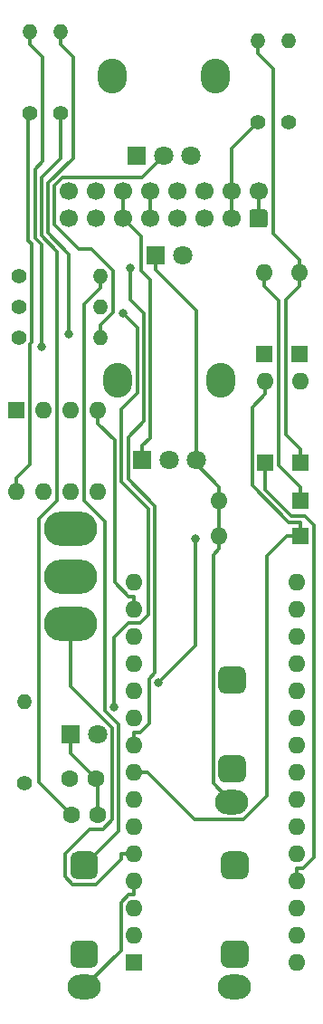
<source format=gbr>
G04 #@! TF.GenerationSoftware,KiCad,Pcbnew,(5.1.10-1-10_14)*
G04 #@! TF.CreationDate,2021-10-15T00:01:35+02:00*
G04 #@! TF.ProjectId,main,6d61696e-2e6b-4696-9361-645f70636258,rev?*
G04 #@! TF.SameCoordinates,Original*
G04 #@! TF.FileFunction,Copper,L1,Top*
G04 #@! TF.FilePolarity,Positive*
%FSLAX46Y46*%
G04 Gerber Fmt 4.6, Leading zero omitted, Abs format (unit mm)*
G04 Created by KiCad (PCBNEW (5.1.10-1-10_14)) date 2021-10-15 00:01:35*
%MOMM*%
%LPD*%
G01*
G04 APERTURE LIST*
G04 #@! TA.AperFunction,ComponentPad*
%ADD10C,1.700000*%
G04 #@! TD*
G04 #@! TA.AperFunction,ComponentPad*
%ADD11O,1.600000X1.600000*%
G04 #@! TD*
G04 #@! TA.AperFunction,ComponentPad*
%ADD12R,1.600000X1.600000*%
G04 #@! TD*
G04 #@! TA.AperFunction,ComponentPad*
%ADD13O,5.000000X3.200000*%
G04 #@! TD*
G04 #@! TA.AperFunction,ComponentPad*
%ADD14O,3.100000X2.300000*%
G04 #@! TD*
G04 #@! TA.AperFunction,ComponentPad*
%ADD15O,2.720000X3.240000*%
G04 #@! TD*
G04 #@! TA.AperFunction,ComponentPad*
%ADD16C,1.800000*%
G04 #@! TD*
G04 #@! TA.AperFunction,ComponentPad*
%ADD17R,1.800000X1.800000*%
G04 #@! TD*
G04 #@! TA.AperFunction,ComponentPad*
%ADD18O,1.400000X1.400000*%
G04 #@! TD*
G04 #@! TA.AperFunction,ComponentPad*
%ADD19C,1.400000*%
G04 #@! TD*
G04 #@! TA.AperFunction,ComponentPad*
%ADD20C,1.600000*%
G04 #@! TD*
G04 #@! TA.AperFunction,ViaPad*
%ADD21C,0.800000*%
G04 #@! TD*
G04 #@! TA.AperFunction,Conductor*
%ADD22C,0.300000*%
G04 #@! TD*
G04 APERTURE END LIST*
D10*
X90297000Y-68516500D03*
X92837000Y-68516500D03*
X95377000Y-68516500D03*
X97917000Y-68516500D03*
X100457000Y-68516500D03*
X102997000Y-68516500D03*
X105537000Y-68516500D03*
X108077000Y-68516500D03*
X90297000Y-71056500D03*
X92837000Y-71056500D03*
X95377000Y-71056500D03*
X97917000Y-71056500D03*
X100457000Y-71056500D03*
X102997000Y-71056500D03*
X105537000Y-71056500D03*
G04 #@! TA.AperFunction,ComponentPad*
G36*
G01*
X108677000Y-71906500D02*
X107477000Y-71906500D01*
G75*
G02*
X107227000Y-71656500I0J250000D01*
G01*
X107227000Y-70456500D01*
G75*
G02*
X107477000Y-70206500I250000J0D01*
G01*
X108677000Y-70206500D01*
G75*
G02*
X108927000Y-70456500I0J-250000D01*
G01*
X108927000Y-71656500D01*
G75*
G02*
X108677000Y-71906500I-250000J0D01*
G01*
G37*
G04 #@! TD.AperFunction*
D11*
X104394000Y-100707000D03*
D12*
X112014000Y-100707000D03*
D11*
X108727000Y-86233000D03*
D12*
X108727000Y-93853000D03*
D11*
X104394000Y-97431500D03*
D12*
X112014000Y-97431500D03*
D11*
X108611000Y-76136500D03*
D12*
X108611000Y-83756500D03*
D11*
X112003000Y-86233000D03*
D12*
X112003000Y-93853000D03*
D11*
X111887000Y-76136500D03*
D12*
X111887000Y-83756500D03*
D13*
X90487500Y-108971000D03*
X90487500Y-104521000D03*
X90487500Y-100071000D03*
G04 #@! TA.AperFunction,ComponentPad*
G36*
G01*
X104554000Y-132192000D02*
X104554000Y-130892000D01*
G75*
G02*
X105204000Y-130242000I650000J0D01*
G01*
X106504000Y-130242000D01*
G75*
G02*
X107154000Y-130892000I0J-650000D01*
G01*
X107154000Y-132192000D01*
G75*
G02*
X106504000Y-132842000I-650000J0D01*
G01*
X105204000Y-132842000D01*
G75*
G02*
X104554000Y-132192000I0J650000D01*
G01*
G37*
G04 #@! TD.AperFunction*
D14*
X105854000Y-142942000D03*
G04 #@! TA.AperFunction,ComponentPad*
G36*
G01*
X104554000Y-140492000D02*
X104554000Y-139192000D01*
G75*
G02*
X105204000Y-138542000I650000J0D01*
G01*
X106504000Y-138542000D01*
G75*
G02*
X107154000Y-139192000I0J-650000D01*
G01*
X107154000Y-140492000D01*
G75*
G02*
X106504000Y-141142000I-650000J0D01*
G01*
X105204000Y-141142000D01*
G75*
G02*
X104554000Y-140492000I0J650000D01*
G01*
G37*
G04 #@! TD.AperFunction*
D11*
X85407500Y-96583500D03*
X93027500Y-88963500D03*
X87947500Y-96583500D03*
X90487500Y-88963500D03*
X90487500Y-96583500D03*
X87947500Y-88963500D03*
X93027500Y-96583500D03*
D12*
X85407500Y-88963500D03*
D15*
X94918500Y-86162500D03*
X104518500Y-86162500D03*
D16*
X102218500Y-93662500D03*
X99718500Y-93662500D03*
D17*
X97218500Y-93662500D03*
D15*
X94410500Y-57714500D03*
X104010500Y-57714500D03*
D16*
X101710500Y-65214500D03*
X99210500Y-65214500D03*
D17*
X96710500Y-65214500D03*
D18*
X86169500Y-116205000D03*
D19*
X86169500Y-123825000D03*
D18*
X93281500Y-79283400D03*
D19*
X85661500Y-79283400D03*
D18*
X86659300Y-53594000D03*
D19*
X86659300Y-61214000D03*
D18*
X110898000Y-54419500D03*
D19*
X110898000Y-62039500D03*
D18*
X108022000Y-54419500D03*
D19*
X108022000Y-62039500D03*
D18*
X89535200Y-53594000D03*
D19*
X89535200Y-61214000D03*
D18*
X93281500Y-82159200D03*
D19*
X85661500Y-82159200D03*
D18*
X93281500Y-76407500D03*
D19*
X85661500Y-76407500D03*
G04 #@! TA.AperFunction,ComponentPad*
G36*
G01*
X104300000Y-114856000D02*
X104300000Y-113556000D01*
G75*
G02*
X104950000Y-112906000I650000J0D01*
G01*
X106250000Y-112906000D01*
G75*
G02*
X106900000Y-113556000I0J-650000D01*
G01*
X106900000Y-114856000D01*
G75*
G02*
X106250000Y-115506000I-650000J0D01*
G01*
X104950000Y-115506000D01*
G75*
G02*
X104300000Y-114856000I0J650000D01*
G01*
G37*
G04 #@! TD.AperFunction*
D14*
X105600000Y-125606000D03*
G04 #@! TA.AperFunction,ComponentPad*
G36*
G01*
X104300000Y-123156000D02*
X104300000Y-121856000D01*
G75*
G02*
X104950000Y-121206000I650000J0D01*
G01*
X106250000Y-121206000D01*
G75*
G02*
X106900000Y-121856000I0J-650000D01*
G01*
X106900000Y-123156000D01*
G75*
G02*
X106250000Y-123806000I-650000J0D01*
G01*
X104950000Y-123806000D01*
G75*
G02*
X104300000Y-123156000I0J650000D01*
G01*
G37*
G04 #@! TD.AperFunction*
D17*
X90487500Y-119253000D03*
D16*
X93027500Y-119253000D03*
D17*
X98425000Y-74485500D03*
D16*
X100965000Y-74485500D03*
G04 #@! TA.AperFunction,ComponentPad*
G36*
G01*
X90457500Y-132192000D02*
X90457500Y-130892000D01*
G75*
G02*
X91107500Y-130242000I650000J0D01*
G01*
X92407500Y-130242000D01*
G75*
G02*
X93057500Y-130892000I0J-650000D01*
G01*
X93057500Y-132192000D01*
G75*
G02*
X92407500Y-132842000I-650000J0D01*
G01*
X91107500Y-132842000D01*
G75*
G02*
X90457500Y-132192000I0J650000D01*
G01*
G37*
G04 #@! TD.AperFunction*
D14*
X91757500Y-142942000D03*
G04 #@! TA.AperFunction,ComponentPad*
G36*
G01*
X90457500Y-140492000D02*
X90457500Y-139192000D01*
G75*
G02*
X91107500Y-138542000I650000J0D01*
G01*
X92407500Y-138542000D01*
G75*
G02*
X93057500Y-139192000I0J-650000D01*
G01*
X93057500Y-140492000D01*
G75*
G02*
X92407500Y-141142000I-650000J0D01*
G01*
X91107500Y-141142000D01*
G75*
G02*
X90457500Y-140492000I0J650000D01*
G01*
G37*
G04 #@! TD.AperFunction*
D20*
X93071000Y-126789000D03*
X90571000Y-126789000D03*
X92880500Y-123413000D03*
X90380500Y-123413000D03*
D11*
X111696500Y-105092000D03*
X96456500Y-105092000D03*
X111696500Y-140652000D03*
X96456500Y-107632000D03*
X111696500Y-138112000D03*
X96456500Y-110172000D03*
X111696500Y-135572000D03*
X96456500Y-112712000D03*
X111696500Y-133032000D03*
X96456500Y-115252000D03*
X111696500Y-130492000D03*
X96456500Y-117792000D03*
X111696500Y-127952000D03*
X96456500Y-120332000D03*
X111696500Y-125412000D03*
X96456500Y-122872000D03*
X111696500Y-122872000D03*
X96456500Y-125412000D03*
X111696500Y-120332000D03*
X96456500Y-127952000D03*
X111696500Y-117792000D03*
X96456500Y-130492000D03*
X111696500Y-115252000D03*
X96456500Y-133032000D03*
X111696500Y-112712000D03*
X96456500Y-135572000D03*
X111696500Y-110172000D03*
X96456500Y-138112000D03*
X111696500Y-107632000D03*
D12*
X96456500Y-140652000D03*
D21*
X102153200Y-100980600D03*
X98669300Y-114435200D03*
X96040200Y-75671200D03*
X95424400Y-79902200D03*
X94548200Y-116732700D03*
X90318800Y-81881000D03*
X87752900Y-83009500D03*
D22*
X93027500Y-88963500D02*
X93027500Y-90213800D01*
X96456500Y-107632000D02*
X96456500Y-106381700D01*
X96456500Y-106381700D02*
X95909500Y-106381700D01*
X95909500Y-106381700D02*
X94605800Y-105078000D01*
X94605800Y-105078000D02*
X94605800Y-91792100D01*
X94605800Y-91792100D02*
X93027500Y-90213800D01*
X105537000Y-68516500D02*
X105537000Y-64524500D01*
X105537000Y-64524500D02*
X108022000Y-62039500D01*
X105537000Y-71056500D02*
X105537000Y-68516500D01*
X104394000Y-97431500D02*
X104394000Y-96181200D01*
X104394000Y-96181200D02*
X102218500Y-94005700D01*
X102218500Y-94005700D02*
X102218500Y-93662500D01*
X104394000Y-97431500D02*
X104394000Y-100707000D01*
X96456500Y-133032000D02*
X96456500Y-134282300D01*
X96456500Y-134282300D02*
X95909400Y-134282300D01*
X95909400Y-134282300D02*
X95206200Y-134985500D01*
X95206200Y-134985500D02*
X95206200Y-139493300D01*
X95206200Y-139493300D02*
X91757500Y-142942000D01*
X105600000Y-125606000D02*
X103840200Y-123846200D01*
X103840200Y-123846200D02*
X103840200Y-102511100D01*
X103840200Y-102511100D02*
X104394000Y-101957300D01*
X98425000Y-74485500D02*
X98425000Y-75835800D01*
X102218500Y-93662500D02*
X102218500Y-79629300D01*
X102218500Y-79629300D02*
X98425000Y-75835800D01*
X104394000Y-100707000D02*
X104394000Y-101957300D01*
X90487500Y-119253000D02*
X90487500Y-121020000D01*
X90487500Y-121020000D02*
X92880500Y-123413000D01*
X92880500Y-123413000D02*
X93071000Y-123603500D01*
X93071000Y-123603500D02*
X93071000Y-126789000D01*
X97218500Y-93662500D02*
X97218500Y-92312200D01*
X97218500Y-92312200D02*
X97953800Y-91576900D01*
X97953800Y-91576900D02*
X97953800Y-76780400D01*
X97953800Y-76780400D02*
X97074600Y-75901200D01*
X97074600Y-75901200D02*
X97074600Y-72754100D01*
X97074600Y-72754100D02*
X95377000Y-71056500D01*
X111696500Y-133032000D02*
X111696500Y-131781700D01*
X111696500Y-131781700D02*
X112243500Y-131781700D01*
X112243500Y-131781700D02*
X113264400Y-130760800D01*
X113264400Y-130760800D02*
X113264400Y-99691400D01*
X113264400Y-99691400D02*
X112429300Y-98856300D01*
X112429300Y-98856300D02*
X111179200Y-98856300D01*
X111179200Y-98856300D02*
X108727000Y-96404100D01*
X108727000Y-96404100D02*
X108727000Y-93853000D01*
X95377000Y-68516500D02*
X95377000Y-71056500D01*
X98669300Y-114435200D02*
X102153200Y-110951300D01*
X102153200Y-110951300D02*
X102153200Y-100980600D01*
X108022000Y-54419500D02*
X108022000Y-55569800D01*
X111887000Y-76136500D02*
X111887000Y-74886200D01*
X111887000Y-74886200D02*
X109460000Y-72459200D01*
X109460000Y-72459200D02*
X109460000Y-57007800D01*
X109460000Y-57007800D02*
X108022000Y-55569800D01*
X111887000Y-76761600D02*
X111887000Y-76136500D01*
X111887000Y-76761600D02*
X111887000Y-77386800D01*
X112003000Y-93853000D02*
X112003000Y-92602700D01*
X112003000Y-92602700D02*
X110636600Y-91236300D01*
X110636600Y-91236300D02*
X110636600Y-78637200D01*
X110636600Y-78637200D02*
X111887000Y-77386800D01*
X96456500Y-119081700D02*
X97003500Y-119081700D01*
X97003500Y-119081700D02*
X97819000Y-118266200D01*
X97819000Y-118266200D02*
X97819000Y-114083100D01*
X97819000Y-114083100D02*
X98368500Y-113533600D01*
X98368500Y-113533600D02*
X98368500Y-97945900D01*
X98368500Y-97945900D02*
X95868100Y-95445500D01*
X95868100Y-95445500D02*
X95868100Y-91477800D01*
X95868100Y-91477800D02*
X97352600Y-89993300D01*
X97352600Y-89993300D02*
X97352600Y-79930200D01*
X97352600Y-79930200D02*
X96040200Y-78617800D01*
X96040200Y-78617800D02*
X96040200Y-75671200D01*
X96456500Y-120332000D02*
X96456500Y-119081700D01*
X112014000Y-100707000D02*
X110763700Y-100707000D01*
X96456500Y-122872000D02*
X97706800Y-122872000D01*
X97706800Y-122872000D02*
X102087800Y-127253000D01*
X102087800Y-127253000D02*
X106630300Y-127253000D01*
X106630300Y-127253000D02*
X108879300Y-125004000D01*
X108879300Y-125004000D02*
X108879300Y-102591400D01*
X108879300Y-102591400D02*
X110763700Y-100707000D01*
X108727000Y-86233000D02*
X108727000Y-87483300D01*
X112014000Y-100707000D02*
X112014000Y-99456700D01*
X112014000Y-99456700D02*
X110920000Y-99456700D01*
X110920000Y-99456700D02*
X107476600Y-96013300D01*
X107476600Y-96013300D02*
X107476600Y-88733700D01*
X107476600Y-88733700D02*
X108727000Y-87483300D01*
X89535200Y-61214000D02*
X89535200Y-65465000D01*
X89535200Y-65465000D02*
X87753000Y-67247200D01*
X87753000Y-67247200D02*
X87753000Y-72661700D01*
X87753000Y-72661700D02*
X89217500Y-74126200D01*
X89217500Y-74126200D02*
X89217500Y-97468800D01*
X89217500Y-97468800D02*
X87537100Y-99149200D01*
X87537100Y-99149200D02*
X87537100Y-123755100D01*
X87537100Y-123755100D02*
X90571000Y-126789000D01*
X96456500Y-130492000D02*
X95206200Y-130492000D01*
X95206200Y-130492000D02*
X95206200Y-130960900D01*
X95206200Y-130960900D02*
X92856700Y-133310400D01*
X92856700Y-133310400D02*
X90662500Y-133310400D01*
X90662500Y-133310400D02*
X89955800Y-132603700D01*
X89955800Y-132603700D02*
X89955800Y-130466300D01*
X89955800Y-130466300D02*
X92256900Y-128165200D01*
X92256900Y-128165200D02*
X93499700Y-128165200D01*
X93499700Y-128165200D02*
X94399200Y-127265700D01*
X94399200Y-127265700D02*
X94399200Y-118675100D01*
X94399200Y-118675100D02*
X90487500Y-114763400D01*
X90487500Y-114763400D02*
X90487500Y-108971000D01*
X93281500Y-77557800D02*
X91757500Y-79081800D01*
X91757500Y-79081800D02*
X91757500Y-97468800D01*
X91757500Y-97468800D02*
X93697900Y-99409200D01*
X93697900Y-99409200D02*
X93697900Y-117084800D01*
X93697900Y-117084800D02*
X94999600Y-118386500D01*
X94999600Y-118386500D02*
X94999600Y-128299900D01*
X94999600Y-128299900D02*
X91757500Y-131542000D01*
X93281500Y-76407500D02*
X93281500Y-77557800D01*
X86659300Y-61214000D02*
X86552400Y-61320900D01*
X86552400Y-61320900D02*
X86552400Y-73158900D01*
X86552400Y-73158900D02*
X86821700Y-73428200D01*
X86821700Y-73428200D02*
X86821700Y-82626000D01*
X86821700Y-82626000D02*
X86657900Y-82789800D01*
X86657900Y-82789800D02*
X86657900Y-94082800D01*
X86657900Y-94082800D02*
X85407500Y-95333200D01*
X85407500Y-96583500D02*
X85407500Y-95333200D01*
X112014000Y-97431500D02*
X112014000Y-96181200D01*
X108611000Y-76136500D02*
X108611000Y-77386800D01*
X108611000Y-77386800D02*
X109977400Y-78753200D01*
X109977400Y-78753200D02*
X109977400Y-94144600D01*
X109977400Y-94144600D02*
X112014000Y-96181200D01*
X94548200Y-116732700D02*
X94548200Y-110255300D01*
X94548200Y-110255300D02*
X95901500Y-108902000D01*
X95901500Y-108902000D02*
X96995000Y-108902000D01*
X96995000Y-108902000D02*
X97764700Y-108132300D01*
X97764700Y-108132300D02*
X97764700Y-98199100D01*
X97764700Y-98199100D02*
X95206200Y-95640600D01*
X95206200Y-95640600D02*
X95206200Y-88869800D01*
X95206200Y-88869800D02*
X96752200Y-87323800D01*
X96752200Y-87323800D02*
X96752200Y-81230000D01*
X96752200Y-81230000D02*
X95424400Y-79902200D01*
X93281500Y-82159200D02*
X93281500Y-81008900D01*
X93281500Y-81008900D02*
X94443000Y-79847400D01*
X94443000Y-79847400D02*
X94443000Y-75890600D01*
X94443000Y-75890600D02*
X92453700Y-73901300D01*
X92453700Y-73901300D02*
X91245600Y-73901300D01*
X91245600Y-73901300D02*
X88953700Y-71609400D01*
X88953700Y-71609400D02*
X88953700Y-68006900D01*
X88953700Y-68006900D02*
X89744500Y-67216100D01*
X89744500Y-67216100D02*
X97208900Y-67216100D01*
X97208900Y-67216100D02*
X99210500Y-65214500D01*
X89535200Y-54744300D02*
X90706400Y-55915500D01*
X90706400Y-55915500D02*
X90706400Y-65405100D01*
X90706400Y-65405100D02*
X88353300Y-67758200D01*
X88353300Y-67758200D02*
X88353300Y-72413000D01*
X88353300Y-72413000D02*
X90318800Y-74378500D01*
X90318800Y-74378500D02*
X90318800Y-81881000D01*
X89535200Y-53594000D02*
X89535200Y-54744300D01*
X86659300Y-54744300D02*
X87855200Y-55940200D01*
X87855200Y-55940200D02*
X87855200Y-65709700D01*
X87855200Y-65709700D02*
X87152700Y-66412200D01*
X87152700Y-66412200D02*
X87152700Y-72910300D01*
X87152700Y-72910300D02*
X87752900Y-73510500D01*
X87752900Y-73510500D02*
X87752900Y-83009500D01*
X86659300Y-53594000D02*
X86659300Y-54744300D01*
X97917000Y-71056500D02*
X97917000Y-68516500D01*
X108077000Y-71056500D02*
X108077000Y-68516500D01*
M02*

</source>
